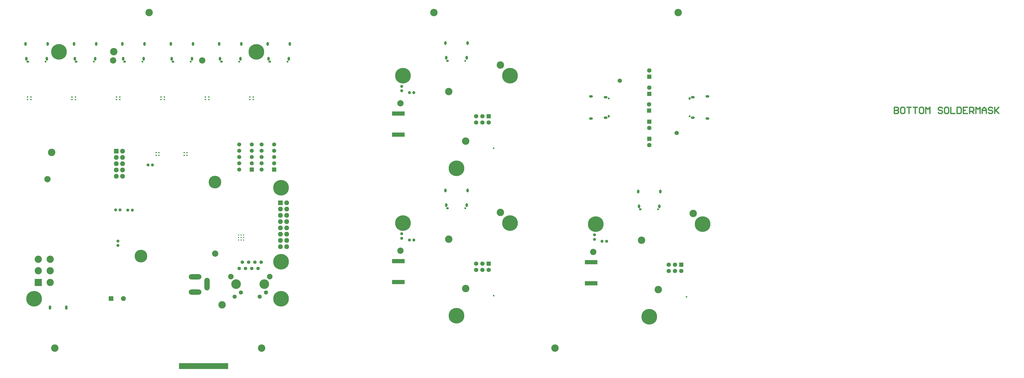
<source format=gbs>
G04*
G04 #@! TF.GenerationSoftware,Altium Limited,Altium Designer,20.1.11 (218)*
G04*
G04 Layer_Color=16711935*
%FSLAX24Y24*%
%MOIN*%
G70*
G04*
G04 #@! TF.SameCoordinates,32D8FB58-9F7D-435F-B0ED-68F847CCC549*
G04*
G04*
G04 #@! TF.FilePolarity,Negative*
G04*
G01*
G75*
%ADD11C,0.0200*%
%ADD167C,0.0197*%
%ADD173C,0.0550*%
%ADD377R,0.0935X0.0935*%
%ADD380R,0.1644X0.0935*%
%ADD381C,0.1181*%
%ADD475R,0.1984X0.0685*%
%ADD507O,0.0606X0.0370*%
%ADD508C,0.0311*%
%ADD509O,0.0311X0.0429*%
%ADD510C,0.0680*%
%ADD511R,0.0705X0.0705*%
%ADD512C,0.0705*%
%ADD513C,0.0488*%
%ADD514C,0.2496*%
%ADD515C,0.0885*%
%ADD516C,0.1535*%
%ADD517C,0.0665*%
%ADD518O,0.0429X0.0311*%
%ADD519O,0.0370X0.0606*%
%ADD520C,0.2024*%
%ADD521C,0.1157*%
%ADD522R,0.1157X0.1157*%
%ADD523O,0.0843X0.2024*%
%ADD524O,0.2024X0.0843*%
%ADD525C,0.1000*%
%ADD526C,0.0764*%
%ADD527R,0.0764X0.0764*%
G04:AMPARAMS|DCode=528|XSize=39.4mil|YSize=66.9mil|CornerRadius=19.7mil|HoleSize=0mil|Usage=FLASHONLY|Rotation=360.000|XOffset=0mil|YOffset=0mil|HoleType=Round|Shape=RoundedRectangle|*
%AMROUNDEDRECTD528*
21,1,0.0394,0.0276,0,0,360.0*
21,1,0.0000,0.0669,0,0,360.0*
1,1,0.0394,0.0000,-0.0138*
1,1,0.0394,0.0000,-0.0138*
1,1,0.0394,0.0000,0.0138*
1,1,0.0394,0.0000,0.0138*
%
%ADD528ROUNDEDRECTD528*%
%ADD529C,0.0650*%
%ADD530R,0.0650X0.0650*%
%ADD531C,0.0783*%
%ADD532R,0.0783X0.0783*%
%ADD534C,0.0237*%
%ADD535C,0.0236*%
%ADD536C,0.0685*%
%ADD537R,0.0685X0.0685*%
%ADD538R,0.0935X0.0935*%
%ADD539C,0.0252*%
D11*
X143041Y42335D02*
Y41336D01*
X143541D01*
X143708Y41502D01*
Y41669D01*
X143541Y41836D01*
X143041D01*
X143541D01*
X143708Y42002D01*
Y42169D01*
X143541Y42335D01*
X143041D01*
X144541D02*
X144207D01*
X144041Y42169D01*
Y41502D01*
X144207Y41336D01*
X144541D01*
X144707Y41502D01*
Y42169D01*
X144541Y42335D01*
X145040D02*
X145707D01*
X145374D01*
Y41336D01*
X146040Y42335D02*
X146707D01*
X146373D01*
Y41336D01*
X147540Y42335D02*
X147206D01*
X147040Y42169D01*
Y41502D01*
X147206Y41336D01*
X147540D01*
X147706Y41502D01*
Y42169D01*
X147540Y42335D01*
X148039Y41336D02*
Y42335D01*
X148373Y42002D01*
X148706Y42335D01*
Y41336D01*
X150705Y42169D02*
X150539Y42335D01*
X150205D01*
X150039Y42169D01*
Y42002D01*
X150205Y41836D01*
X150539D01*
X150705Y41669D01*
Y41502D01*
X150539Y41336D01*
X150205D01*
X150039Y41502D01*
X151538Y42335D02*
X151205D01*
X151039Y42169D01*
Y41502D01*
X151205Y41336D01*
X151538D01*
X151705Y41502D01*
Y42169D01*
X151538Y42335D01*
X152038D02*
Y41336D01*
X152705D01*
X153038Y42335D02*
Y41336D01*
X153538D01*
X153704Y41502D01*
Y42169D01*
X153538Y42335D01*
X153038D01*
X154704D02*
X154038D01*
Y41336D01*
X154704D01*
X154038Y41836D02*
X154371D01*
X155037Y41336D02*
Y42335D01*
X155537D01*
X155704Y42169D01*
Y41836D01*
X155537Y41669D01*
X155037D01*
X155370D02*
X155704Y41336D01*
X156037D02*
Y42335D01*
X156370Y42002D01*
X156703Y42335D01*
Y41336D01*
X157037D02*
Y42002D01*
X157370Y42335D01*
X157703Y42002D01*
Y41336D01*
Y41836D01*
X157037D01*
X158703Y42169D02*
X158536Y42335D01*
X158203D01*
X158036Y42169D01*
Y42002D01*
X158203Y41836D01*
X158536D01*
X158703Y41669D01*
Y41502D01*
X158536Y41336D01*
X158203D01*
X158036Y41502D01*
X159036Y42335D02*
Y41336D01*
Y41669D01*
X159702Y42335D01*
X159203Y41836D01*
X159702Y41336D01*
D167*
X38886Y21591D02*
D03*
Y21985D02*
D03*
X38492D02*
D03*
Y21591D02*
D03*
Y21197D02*
D03*
X38886D02*
D03*
X39279D02*
D03*
Y21591D02*
D03*
Y21985D02*
D03*
D173*
X42104Y17643D02*
D03*
X41104D02*
D03*
X40104D02*
D03*
X39104D02*
D03*
X41604Y16643D02*
D03*
X40604D02*
D03*
X39604D02*
D03*
X38604D02*
D03*
D377*
X33685Y1094D02*
D03*
X32799Y1094D02*
D03*
X31028Y1087D02*
D03*
X35457Y1094D02*
D03*
X34571Y1094D02*
D03*
X31913D02*
D03*
D380*
X29788D02*
D03*
D381*
X108557Y57443D02*
D03*
X69616D02*
D03*
X88931Y3959D02*
D03*
X42170D02*
D03*
X24231Y57443D02*
D03*
X9198Y3959D02*
D03*
X18607Y51233D02*
D03*
X8680Y35161D02*
D03*
X35844Y10845D02*
D03*
X105401Y13280D02*
D03*
X110952Y25406D02*
D03*
X102714Y21154D02*
D03*
X74678Y13453D02*
D03*
X80229Y25579D02*
D03*
X71991Y21327D02*
D03*
X74678Y36962D02*
D03*
X80229Y49088D02*
D03*
X71991Y44836D02*
D03*
D475*
X94686Y17651D02*
D03*
Y14297D02*
D03*
X63962Y17825D02*
D03*
Y14470D02*
D03*
Y41334D02*
D03*
Y37980D02*
D03*
D507*
X113228Y40555D02*
D03*
Y44091D02*
D03*
X110886Y43949D02*
D03*
Y40697D02*
D03*
X94661Y44091D02*
D03*
Y40555D02*
D03*
X97003Y40697D02*
D03*
Y43949D02*
D03*
D508*
X110394Y40906D02*
D03*
X97495Y43740D02*
D03*
X46299Y49606D02*
D03*
X30866Y49606D02*
D03*
X15433Y49606D02*
D03*
X38583Y49606D02*
D03*
X23150Y49606D02*
D03*
X7716Y49606D02*
D03*
X105362Y26075D02*
D03*
X74638Y26248D02*
D03*
Y49757D02*
D03*
D509*
X110394Y43740D02*
D03*
X97495Y40906D02*
D03*
D510*
X99250Y46587D02*
D03*
X108318Y38248D02*
D03*
D511*
X103942Y41815D02*
D03*
X103944Y47209D02*
D03*
Y44486D02*
D03*
Y40039D02*
D03*
Y37316D02*
D03*
D512*
X103942Y42815D02*
D03*
X103944Y48209D02*
D03*
Y45486D02*
D03*
Y39039D02*
D03*
Y36316D02*
D03*
D513*
X24757Y33138D02*
D03*
X24048D02*
D03*
X20841Y25965D02*
D03*
X21549D02*
D03*
X18882Y25988D02*
D03*
X19591D02*
D03*
X19275Y21021D02*
D03*
Y20312D02*
D03*
X95221Y22002D02*
D03*
Y21293D02*
D03*
X96438Y20994D02*
D03*
X97147Y20994D02*
D03*
X64497Y22175D02*
D03*
Y21466D02*
D03*
X65715Y21168D02*
D03*
X66423Y21168D02*
D03*
X64497Y45684D02*
D03*
Y44976D02*
D03*
X65715Y44677D02*
D03*
X66423Y44677D02*
D03*
D514*
X41339Y51181D02*
D03*
X9843D02*
D03*
X45276Y11811D02*
D03*
X5906D02*
D03*
X45276Y17717D02*
D03*
Y29528D02*
D03*
X95421Y23715D02*
D03*
X103945Y8949D02*
D03*
X112468Y23713D02*
D03*
X64697Y23888D02*
D03*
X73221Y9122D02*
D03*
X81745Y23886D02*
D03*
X64697Y47397D02*
D03*
X73221Y32631D02*
D03*
X81745Y47395D02*
D03*
D515*
X43455Y15336D02*
D03*
X37254D02*
D03*
D516*
X42604Y14135D02*
D03*
X38104D02*
D03*
D517*
X42844Y12813D02*
D03*
X41844Y12143D02*
D03*
X38864Y12813D02*
D03*
X37864Y12135D02*
D03*
D518*
X43465Y49606D02*
D03*
X28031Y49606D02*
D03*
X12598Y49606D02*
D03*
X35748Y49606D02*
D03*
X20315Y49606D02*
D03*
X4882Y49606D02*
D03*
X102527Y26075D02*
D03*
X71804Y26248D02*
D03*
Y49757D02*
D03*
D519*
X46508Y50098D02*
D03*
X43256D02*
D03*
X43114Y52441D02*
D03*
X46650D02*
D03*
X31075Y50098D02*
D03*
X27823D02*
D03*
X27681Y52441D02*
D03*
X31217D02*
D03*
X15642Y50098D02*
D03*
X12390D02*
D03*
X12248Y52441D02*
D03*
X15783D02*
D03*
X38791Y50098D02*
D03*
X35539D02*
D03*
X35398Y52441D02*
D03*
X38933D02*
D03*
X23358Y50098D02*
D03*
X20106D02*
D03*
X19965Y52441D02*
D03*
X23500D02*
D03*
X7925Y50098D02*
D03*
X4673D02*
D03*
X4531Y52441D02*
D03*
X8067D02*
D03*
X105712Y28910D02*
D03*
X102177D02*
D03*
X102319Y26567D02*
D03*
X105571D02*
D03*
X74989Y29083D02*
D03*
X71453D02*
D03*
X71595Y26740D02*
D03*
X74847D02*
D03*
X74989Y52592D02*
D03*
X71453D02*
D03*
X71595Y50250D02*
D03*
X74847D02*
D03*
D520*
X34735Y30419D02*
D03*
X22924Y18608D02*
D03*
D521*
X6572Y18131D02*
D03*
Y16281D02*
D03*
X8473Y18131D02*
D03*
Y16281D02*
D03*
Y14430D02*
D03*
D522*
X6572D02*
D03*
D523*
X33457Y14151D02*
D03*
D524*
X31567Y12872D02*
D03*
Y15333D02*
D03*
D525*
X34774Y19017D02*
D03*
X32677Y49803D02*
D03*
X18504D02*
D03*
X8041Y30899D02*
D03*
X95024Y19299D02*
D03*
X64300Y19472D02*
D03*
Y42981D02*
D03*
D526*
X46169Y27122D02*
D03*
X45169Y20122D02*
D03*
X46169D02*
D03*
X45169Y21122D02*
D03*
X46169D02*
D03*
X45169Y22122D02*
D03*
X46169D02*
D03*
X45169Y23122D02*
D03*
X46169D02*
D03*
X45169Y24122D02*
D03*
X46169D02*
D03*
X45169Y25122D02*
D03*
X46169D02*
D03*
X45169Y26122D02*
D03*
X46169D02*
D03*
X20000Y35345D02*
D03*
X19000Y31345D02*
D03*
X20000D02*
D03*
X19000Y32345D02*
D03*
X20000D02*
D03*
X19000Y33345D02*
D03*
X20000D02*
D03*
X19000Y34345D02*
D03*
X20000D02*
D03*
D527*
X45169Y27122D02*
D03*
X19000Y35345D02*
D03*
D528*
X11035Y10413D02*
D03*
X8437D02*
D03*
D529*
X44167Y35413D02*
D03*
Y36413D02*
D03*
X42167D02*
D03*
X44167Y34413D02*
D03*
Y33413D02*
D03*
X42167Y35413D02*
D03*
Y34413D02*
D03*
Y33413D02*
D03*
Y32413D02*
D03*
X40586Y35413D02*
D03*
Y36413D02*
D03*
X38586D02*
D03*
X40586Y34413D02*
D03*
Y33413D02*
D03*
X38586Y35413D02*
D03*
Y34413D02*
D03*
Y33413D02*
D03*
Y32413D02*
D03*
D530*
X44167D02*
D03*
X40586D02*
D03*
D531*
X20135Y11861D02*
D03*
D532*
X18166D02*
D03*
D534*
X33198Y43576D02*
D03*
X33749D02*
D03*
X33198Y43969D02*
D03*
X33749D02*
D03*
X19025Y43576D02*
D03*
X19576D02*
D03*
X19025Y43969D02*
D03*
X19576D02*
D03*
X4851Y43576D02*
D03*
X5403D02*
D03*
X4851Y43969D02*
D03*
X5403D02*
D03*
X40285Y43576D02*
D03*
X40836D02*
D03*
X40285Y43969D02*
D03*
X40836D02*
D03*
X26111Y43576D02*
D03*
X26662D02*
D03*
X26111Y43969D02*
D03*
X26662D02*
D03*
X11938Y43576D02*
D03*
X12489D02*
D03*
X11938Y43969D02*
D03*
X12489D02*
D03*
D535*
X25376Y35104D02*
D03*
X25809D02*
D03*
X25376Y34670D02*
D03*
X25809D02*
D03*
X29824Y35104D02*
D03*
X30257D02*
D03*
X29824Y34670D02*
D03*
X30257D02*
D03*
D536*
X108070Y16239D02*
D03*
X109070D02*
D03*
X107070D02*
D03*
X108070Y17239D02*
D03*
X107070D02*
D03*
X77346Y16413D02*
D03*
X78346D02*
D03*
X76346D02*
D03*
X77346Y17413D02*
D03*
X76346D02*
D03*
X77346Y39922D02*
D03*
X78346D02*
D03*
X76346D02*
D03*
X77346Y40922D02*
D03*
X76346D02*
D03*
D537*
X109070Y17239D02*
D03*
X78346Y17413D02*
D03*
Y40922D02*
D03*
D538*
X36343Y1094D02*
D03*
D539*
X109899Y12128D02*
D03*
X79175Y12301D02*
D03*
Y35811D02*
D03*
M02*

</source>
